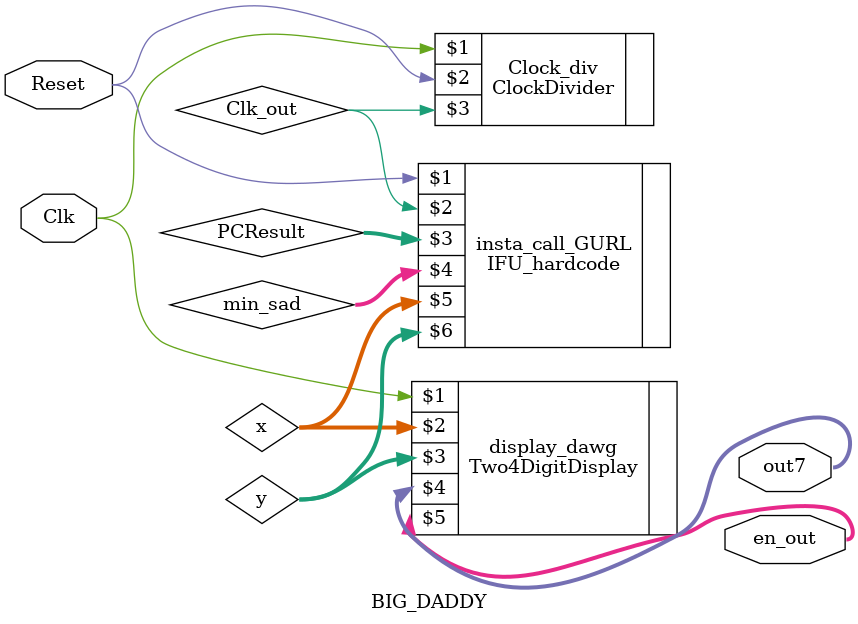
<source format=v>
`timescale 1ns / 1ps


module BIG_DADDY(Clk, Reset, out7, en_out);
    input Clk, Reset;
    
    wire [31:0] PCResult, min_sad, x, y;
    wire Clk_out;
    
    output [6:0] out7; //seg a, b, ... g
    output [7:0] en_out;
    
    
    ClockDivider Clock_div(Clk, Reset, Clk_out);
    IFU_hardcode insta_call_GURL(Reset, Clk_out, PCResult, min_sad, x, y);
    Two4DigitDisplay display_dawg(Clk, x, y, out7, en_out);
    
    
endmodule

</source>
